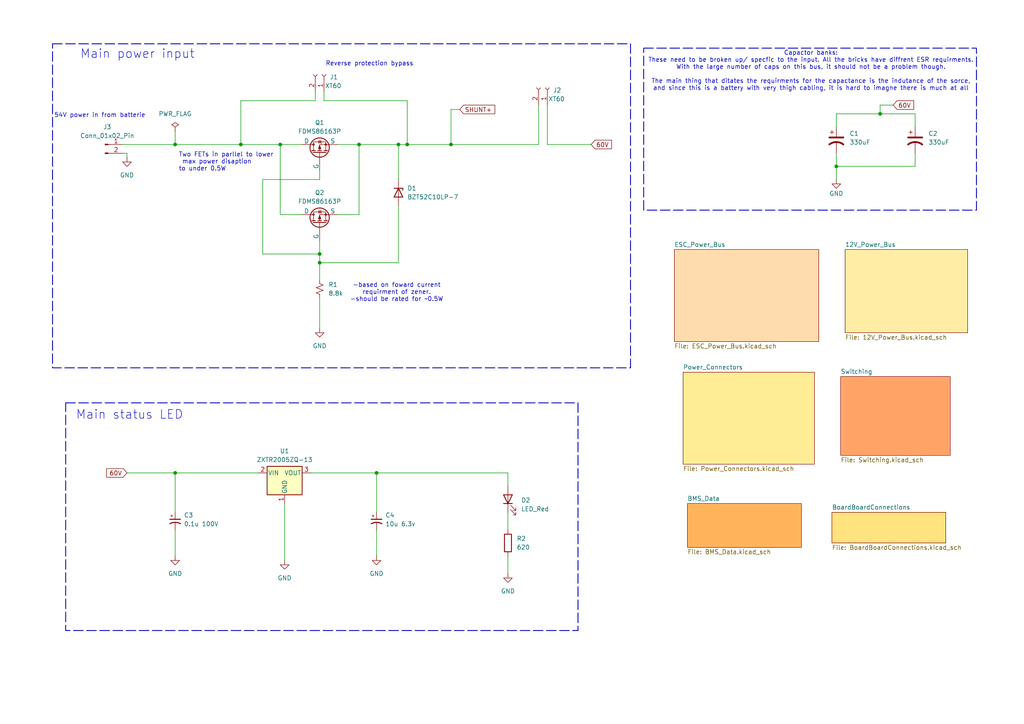
<source format=kicad_sch>
(kicad_sch (version 20231120) (generator "eeschema") (generator_version "8.0")
  (paper "A4")
  (title_block (title "Backplane_Board") (date "2024-10-29") (rev "1") (company "Cabrillo Robtics") (comment 1 "LaserShark Backplane PCB"))
  (lib_symbols
    (symbol "Connector:Conn_01x02_Pin" (pin_names (offset 1.016) hide)
      (property "Reference" "J" (at 0 2.54 0))
      (property "Value" "Conn_01x02_Pin" (at 0 -5.08 0))
      (symbol "Conn_01x02_Pin_1_1"
        (polyline (pts (xy 1.27 -2.54) (xy 0.8636 -2.54)) (stroke (width 0.1524)))
        (polyline (pts (xy 1.27 0) (xy 0.8636 0)) (stroke (width 0.1524)))
        (rectangle (start 0.8636 -2.413) (end 0 -2.667) (stroke (width 0.1524)) (fill (type outline)))
        (rectangle (start 0.8636 0.127) (end 0 -0.127) (stroke (width 0.1524)) (fill (type outline)))
        (pin passive line (at 5.08 0 180) (length 3.81) (name "Pin_1") (number "1"))
        (pin passive line (at 5.08 -2.54 180) (length 3.81) (name "Pin_2") (number "2"))
      )
    )
    (symbol "Connector:Conn_01x02_Socket" (pin_names (offset 1.016) hide)
      (property "Reference" "J" (at 0 2.54 0))
      (property "Value" "Conn_01x02_Socket" (at 0 -5.08 0))
      (symbol "Conn_01x02_Socket_1_1"
        (arc (start 0 -2.032) (mid -0.5058 -2.54) (end 0 -3.048) (stroke (width 0.1524)))
        (polyline (pts (xy -1.27 -2.54) (xy -0.508 -2.54)) (stroke (width 0.1524)))
        (polyline (pts (xy -1.27 0) (xy -0.508 0)) (stroke (width 0.1524)))
        (arc (start 0 0.508) (mid -0.5058 0) (end 0 -0.508) (stroke (width 0.1524)))
        (pin passive line (at -5.08 0 0) (length 3.81) (name "Pin_1") (number "1"))
        (pin passive line (at -5.08 -2.54 0) (length 3.81) (name "Pin_2") (number "2"))
      )
    )
    (symbol "Device:C_Polarized_Small_US" (pin_numbers hide) (pin_names (offset 0.254) hide)
      (property "Reference" "C" (at 0.254 1.778 0))
      (property "Value" "C_Polarized_Small_US" (at 0.254 -2.032 0))
      (symbol "C_Polarized_Small_US_0_1"
        (polyline (pts (xy -1.524 0.508) (xy 1.524 0.508)) (stroke (width 0.3048)))
        (polyline (pts (xy -1.27 1.524) (xy -0.762 1.524)))
        (polyline (pts (xy -1.016 1.27) (xy -1.016 1.778)))
        (arc (start 1.524 -0.762) (mid 0 -0.3734) (end -1.524 -0.762) (stroke (width 0.3048)))
      )
      (symbol "C_Polarized_Small_US_1_1"
        (pin passive line (at 0 2.54 270) (length 2.032) (name "~") (number "1"))
        (pin passive line (at 0 -2.54 90) (length 2.032) (name "~") (number "2"))
      )
    )
    (symbol "Device:C_Polarized_US" (pin_numbers hide) (pin_names (offset 0.254) hide)
      (property "Reference" "C" (at 0.635 2.54 0))
      (property "Value" "C_Polarized_US" (at 0.635 -2.54 0))
      (symbol "C_Polarized_US_0_1"
        (polyline (pts (xy -2.032 0.762) (xy 2.032 0.762)) (stroke (width 0.508)))
        (polyline (pts (xy -1.778 2.286) (xy -0.762 2.286)))
        (polyline (pts (xy -1.27 1.778) (xy -1.27 2.794)))
        (arc (start 2.032 -1.27) (mid 0 -0.5572) (end -2.032 -1.27) (stroke (width 0.508)))
      )
      (symbol "C_Polarized_US_1_1"
        (pin passive line (at 0 3.81 270) (length 2.794) (name "~") (number "1"))
        (pin passive line (at 0 -3.81 90) (length 3.302) (name "~") (number "2"))
      )
    )
    (symbol "Device:D_Zener" (pin_numbers hide) (pin_names (offset 1.016) hide)
      (property "Reference" "D" (at 0 2.54 0))
      (property "Value" "D_Zener" (at 0 -2.54 0))
      (symbol "D_Zener_0_1"
        (polyline (pts (xy 1.27 0) (xy -1.27 0)))
        (polyline (pts (xy -1.27 -1.27) (xy -1.27 1.27) (xy -0.762 1.27)) (stroke (width 0.254)))
        (polyline (pts (xy 1.27 -1.27) (xy 1.27 1.27) (xy -1.27 0) (xy 1.27 -1.27)) (stroke (width 0.254)))
      )
      (symbol "D_Zener_1_1"
        (pin passive line (at -3.81 0 0) (length 2.54) (name "K") (number "1"))
        (pin passive line (at 3.81 0 180) (length 2.54) (name "A") (number "2"))
      )
    )
    (symbol "Device:LED" (pin_numbers hide) (pin_names (offset 1.016) hide)
      (property "Reference" "D" (at 0 2.54 0))
      (property "Value" "LED" (at 0 -2.54 0))
      (symbol "LED_0_1"
        (polyline (pts (xy -1.27 -1.27) (xy -1.27 1.27)) (stroke (width 0.254)))
        (polyline (pts (xy -1.27 0) (xy 1.27 0)))
        (polyline (pts (xy 1.27 -1.27) (xy 1.27 1.27) (xy -1.27 0) (xy 1.27 -1.27)) (stroke (width 0.254)))
        (polyline (pts (xy -3.048 -0.762) (xy -4.572 -2.286) (xy -3.81 -2.286) (xy -4.572 -2.286) (xy -4.572 -1.524)))
        (polyline (pts (xy -1.778 -0.762) (xy -3.302 -2.286) (xy -2.54 -2.286) (xy -3.302 -2.286) (xy -3.302 -1.524)))
      )
      (symbol "LED_1_1"
        (pin passive line (at -3.81 0 0) (length 2.54) (name "K") (number "1"))
        (pin passive line (at 3.81 0 180) (length 2.54) (name "A") (number "2"))
      )
    )
    (symbol "Device:R" (pin_numbers hide) (pin_names (offset 0))
      (property "Reference" "R" (at 2.032 0 90))
      (property "Value" "R" (at 0 0 90))
      (symbol "R_0_1"
        (rectangle (start -1.016 -2.54) (end 1.016 2.54) (stroke (width 0.254)))
      )
      (symbol "R_1_1"
        (pin passive line (at 0 3.81 270) (length 1.27) (name "~") (number "1"))
        (pin passive line (at 0 -3.81 90) (length 1.27) (name "~") (number "2"))
      )
    )
    (symbol "Device:R_Small_US" (pin_numbers hide) (pin_names (offset 0.254) hide)
      (property "Reference" "R" (at 0.762 0.508 0))
      (property "Value" "R_Small_US" (at 0.762 -1.016 0))
      (symbol "R_Small_US_1_1"
        (polyline (pts (xy 0 0) (xy 1.016 -0.381) (xy 0 -0.762) (xy -1.016 -1.143) (xy 0 -1.524)))
        (polyline (pts (xy 0 1.524) (xy 1.016 1.143) (xy 0 0.762) (xy -1.016 0.381) (xy 0 0)))
        (pin passive line (at 0 2.54 270) (length 1.016) (name "~") (number "1"))
        (pin passive line (at 0 -2.54 90) (length 1.016) (name "~") (number "2"))
      )
    )
    (symbol "Regulator_Linear:AP2127N-1.0" (pin_names (offset 0.254))
      (property "Reference" "U1" (at 0 6.35 0))
      (property "Value" "ZXTR2112F-7" (at 0 3.81 0))
      (symbol "AP2127N-1.0_0_1"
        (rectangle (start -5.08 1.905) (end 5.08 -6.35) (stroke (width 0.254)) (fill (type background)))
      )
      (symbol "AP2127N-1.0_1_1"
        (pin power_in line (at 0 -8.89 90) (length 2.54) (name "GND") (number "1"))
        (pin power_out line (at -7.62 0 0) (length 2.54) (name "VIN") (number "2"))
        (pin power_in line (at 7.62 0 180) (length 2.54) (name "VOUT") (number "3"))
      )
    )
    (symbol "Simulation_SPICE:PMOS" (pin_numbers hide) (pin_names (offset 0))
      (property "Reference" "Q" (at 5.08 1.27 0))
      (property "Value" "PMOS" (at 5.08 -1.27 0))
      (symbol "PMOS_0_1"
        (polyline (pts (xy 0.254 0) (xy -2.54 0)))
        (polyline (pts (xy 0.254 1.905) (xy 0.254 -1.905)) (stroke (width 0.254)))
        (polyline (pts (xy 0.762 -1.27) (xy 0.762 -2.286)) (stroke (width 0.254)))
        (polyline (pts (xy 0.762 0.508) (xy 0.762 -0.508)) (stroke (width 0.254)))
        (polyline (pts (xy 0.762 2.286) (xy 0.762 1.27)) (stroke (width 0.254)))
        (polyline (pts (xy 2.54 2.54) (xy 2.54 1.778)))
        (polyline (pts (xy 2.54 -2.54) (xy 2.54 0) (xy 0.762 0)))
        (polyline (pts (xy 0.762 1.778) (xy 3.302 1.778) (xy 3.302 -1.778) (xy 0.762 -1.778)))
        (polyline (pts (xy 2.286 0) (xy 1.27 0.381) (xy 1.27 -0.381) (xy 2.286 0)) (fill (type outline)))
        (polyline (pts (xy 2.794 -0.508) (xy 2.921 -0.381) (xy 3.683 -0.381) (xy 3.81 -0.254)))
        (polyline (pts (xy 3.302 -0.381) (xy 2.921 0.254) (xy 3.683 0.254) (xy 3.302 -0.381)))
        (circle (center 1.651 0) (radius 2.794) (stroke (width 0.254)))
        (circle (center 2.54 -1.778) (radius 0.254) (fill (type outline)))
        (circle (center 2.54 1.778) (radius 0.254) (fill (type outline)))
      )
      (symbol "PMOS_1_1"
        (pin passive line (at 2.54 5.08 270) (length 2.54) (name "D") (number "1"))
        (pin input line (at -5.08 0 0) (length 2.54) (name "G") (number "2"))
        (pin passive line (at 2.54 -5.08 90) (length 2.54) (name "S") (number "3"))
      )
    )
    (symbol "power:GND" (power) (pin_numbers hide) (pin_names (offset 0) hide)
      (property "Value" "GND" (at 0 -3.81 0))
      (symbol "GND_0_1"
        (polyline (pts (xy 0 0) (xy 0 -1.27) (xy 1.27 -1.27) (xy 0 -2.54) (xy -1.27 -1.27) (xy 0 -1.27)))
      )
      (symbol "GND_1_1"
        (pin power_in line (at 0 0 270) (length 0) (name "~") (number "1"))
      )
    )
    (symbol "power:PWR_FLAG" (power) (pin_numbers hide) (pin_names (offset 0) hide)
      (property "Value" "PWR_FLAG" (at 0 3.81 0))
      (symbol "PWR_FLAG_0_0"
        (pin power_out line (at 0 0 90) (length 0) (name "~") (number "1"))
      )
      (symbol "PWR_FLAG_0_1"
        (polyline (pts (xy 0 0) (xy 0 1.27) (xy -1.016 1.905) (xy 0 2.54) (xy 1.016 1.905) (xy 0 1.27)))
      )
    )
  )
  (junction (at 104.14 41.91))
  (junction (at 255.27 33.02))
  (junction (at 69.85 41.91))
  (junction (at 81.28 41.91))
  (junction (at 92.71 73.66))
  (junction (at 130.81 41.91))
  (junction (at 118.11 41.91))
  (junction (at 115.57 41.91))
  (junction (at 109.22 137.16))
  (junction (at 50.8 137.16))
  (junction (at 92.71 76.2))
  (junction (at 50.8 41.91))
  (junction (at 242.57 48.26))
  (wire (pts (xy 69.85 29.21) (xy 91.44 29.21)))
  (wire (pts (xy 255.27 33.02) (xy 265.43 33.02)))
  (wire (pts (xy 36.83 44.45) (xy 35.56 44.45)))
  (wire (pts (xy 115.57 59.69) (xy 115.57 76.2)))
  (wire (pts (xy 69.85 41.91) (xy 81.28 41.91)))
  (wire (pts (xy 109.22 137.16) (xy 109.22 148.59)))
  (wire (pts (xy 158.75 30.48) (xy 158.75 41.91)))
  (wire (pts (xy 242.57 33.02) (xy 255.27 33.02)))
  (wire (pts (xy 92.71 86.36) (xy 92.71 95.25)))
  (wire (pts (xy 92.71 52.07) (xy 92.71 49.53)))
  (wire (pts (xy 92.71 76.2) (xy 92.71 81.28)))
  (wire (pts (xy 115.57 41.91) (xy 115.57 52.07)))
  (wire (pts (xy 81.28 41.91) (xy 87.63 41.91)))
  (wire (pts (xy 147.32 137.16) (xy 109.22 137.16)))
  (wire (pts (xy 69.85 29.21) (xy 69.85 41.91)))
  (wire (pts (xy 92.71 52.07) (xy 76.2 52.07)))
  (wire (pts (xy 91.44 26.67) (xy 91.44 29.21)))
  (wire (pts (xy 156.21 41.91) (xy 156.21 30.48)))
  (wire (pts (xy 242.57 44.45) (xy 242.57 48.26)))
  (wire (pts (xy 36.83 137.16) (xy 50.8 137.16)))
  (wire (pts (xy 158.75 41.91) (xy 171.45 41.91)))
  (wire (pts (xy 76.2 73.66) (xy 92.71 73.66)))
  (wire (pts (xy 76.2 52.07) (xy 76.2 73.66)))
  (wire (pts (xy 50.8 153.67) (xy 50.8 161.29)))
  (wire (pts (xy 118.11 29.21) (xy 118.11 41.91)))
  (wire (pts (xy 92.71 73.66) (xy 92.71 76.2)))
  (wire (pts (xy 35.56 41.91) (xy 50.8 41.91)))
  (wire (pts (xy 130.81 41.91) (xy 156.21 41.91)))
  (wire (pts (xy 147.32 148.59) (xy 147.32 153.67)))
  (wire (pts (xy 97.79 62.23) (xy 104.14 62.23)))
  (wire (pts (xy 93.98 26.67) (xy 93.98 29.21)))
  (wire (pts (xy 133.35 31.75) (xy 130.81 31.75)))
  (wire (pts (xy 242.57 36.83) (xy 242.57 33.02)))
  (wire (pts (xy 242.57 48.26) (xy 265.43 48.26)))
  (wire (pts (xy 104.14 41.91) (xy 115.57 41.91)))
  (wire (pts (xy 147.32 161.29) (xy 147.32 166.37)))
  (wire (pts (xy 93.98 29.21) (xy 118.11 29.21)))
  (wire (pts (xy 109.22 153.67) (xy 109.22 161.29)))
  (wire (pts (xy 50.8 137.16) (xy 50.8 148.59)))
  (wire (pts (xy 130.81 31.75) (xy 130.81 41.91)))
  (wire (pts (xy 81.28 62.23) (xy 81.28 41.91)))
  (wire (pts (xy 92.71 69.85) (xy 92.71 73.66)))
  (wire (pts (xy 82.55 146.05) (xy 82.55 162.56)))
  (wire (pts (xy 104.14 62.23) (xy 104.14 41.91)))
  (wire (pts (xy 255.27 30.48) (xy 255.27 33.02)))
  (wire (pts (xy 265.43 44.45) (xy 265.43 48.26)))
  (wire (pts (xy 50.8 41.91) (xy 69.85 41.91)))
  (wire (pts (xy 147.32 140.97) (xy 147.32 137.16)))
  (wire (pts (xy 115.57 76.2) (xy 92.71 76.2)))
  (wire (pts (xy 242.57 48.26) (xy 242.57 52.07)))
  (wire (pts (xy 36.83 45.72) (xy 36.83 44.45)))
  (wire (pts (xy 118.11 41.91) (xy 130.81 41.91)))
  (wire (pts (xy 255.27 30.48) (xy 259.08 30.48)))
  (wire (pts (xy 109.22 137.16) (xy 90.17 137.16)))
  (wire (pts (xy 115.57 41.91) (xy 118.11 41.91)))
  (wire (pts (xy 50.8 137.16) (xy 74.93 137.16)))
  (wire (pts (xy 50.8 38.1) (xy 50.8 41.91)))
  (wire (pts (xy 265.43 33.02) (xy 265.43 36.83)))
  (wire (pts (xy 87.63 62.23) (xy 81.28 62.23)))
  (wire (pts (xy 97.79 41.91) (xy 104.14 41.91)))
  (rectangle (start 19.05 116.84) (end 167.64 182.88) (stroke (width 0.254) (type dash)))
  (rectangle (start 186.69 13.97) (end 283.21 60.96) (stroke (width 0.254) (type dash)))
  (rectangle (start 15.24 12.7) (end 182.88 106.68) (stroke (width 0.254) (type dash)))
  (text "Capactor banks:\nThese need to be broken up/ specfic to the input. All the bricks have diffrent ESR requirments.\nWith the large number of caps on this bus, it should not be a problem though.\n\nThe main thing that ditates the requirments for the capactance is the indutance of the sorce,\nand since this is a battery with very thigh cabling, it is hard to imagne there is much at all" (at 235.204 20.574 0) (effects (font (size 1.27 1.27))))
  (text "Main status LED" (at 37.592 120.396 0) (effects (font (size 2.54 2.54))))
  (text "54V power in from batterie" (at 28.956 33.528 0) (effects (font (size 1.27 1.27))))
  (text "Main power input" (at 39.878 15.748 0) (effects (font (size 2.54 2.54))))
  (text "Reverse protection bypass" (at 107.188 18.542 0) (effects (font (size 1.27 1.27))))
  (text "Two FETs in parllel to lower\n max power disaption\nto under 0.5W" (at 51.816 46.99 0) (effects (font (size 1.27 1.27)) (justify left)))
  (text "-based on foward current\nrequirment of zener.\n-should be rated for ~0.5W" (at 115.062 84.836 0) (effects (font (size 1.27 1.27))))
  (global_label "60V" (shape input) (at 36.83 137.16 180) (property "Intersheetrefs" "${INTERSHEET_REFS}" (effects (hide yes))))
  (global_label "60V" (shape input) (at 171.45 41.91 0) (property "Intersheetrefs" "${INTERSHEET_REFS}" (effects (hide yes))))
  (global_label "SHUNT+" (shape input) (at 133.35 31.75 0) (property "Intersheetrefs" "${INTERSHEET_REFS}" (effects (hide yes))))
  (global_label "60V" (shape input) (at 259.08 30.48 0) (property "Intersheetrefs" "${INTERSHEET_REFS}" (effects (hide yes))))
  (symbol (lib_id "power:GND") (at 92.71 95.25 0) (unit 1)
    (property "Reference" "#PWR03" (effects (hide yes)))
    (property "Value" "GND" (at 92.71 100.33 0))
    (property "Description" "Power symbol creates a global label with name \"GND\" , ground" (effects (hide yes)))
  )
  (symbol (lib_id "Simulation_SPICE:PMOS") (at 92.71 64.77 90) (unit 1)
    (property "Reference" "Q2" (at 92.71 55.88 90))
    (property "Value" "FDMS86163P" (at 92.71 58.42 90))
    (property "Footprint" "FDMS86163P:FDMS86163P" (effects (hide yes)))
    (property "Datasheet" "https://www.onsemi.com/pdf/datasheet/fdms86163p-d.pdf" (effects (hide yes)))
    (property "Description" "MOSFET P-CH -100V 33A DFN5X6" (effects (hide yes)))
    (property "Sim.Device" "PMOS" (effects (hide yes)))
    (property "Sim.Type" "VDMOS" (effects (hide yes)))
    (property "Sim.Pins" "1=D 2=G 3=S" (effects (hide yes)))
  )
  (symbol (lib_id "Connector:Conn_01x02_Pin") (at 30.48 41.91 0) (unit 1)
    (property "Reference" "J3" (at 31.115 36.83 0))
    (property "Value" "Conn_01x02_Pin" (at 31.115 39.37 0))
    (property "Footprint" "Connector_AMASS:AMASS_XT60-M_1x02_P7.20mm_Vertical" (effects (hide yes)))
    (property "Description" "Generic connector, single row, 01x02, script generated" (effects (hide yes)))
  )
  (symbol (lib_id "Device:D_Zener") (at 115.57 55.88 270) (unit 1)
    (property "Reference" "D1" (at 118.11 54.6099 90) (effects (justify left)))
    (property "Value" "BZT52C10LP-7" (at 118.11 57.1499 90) (effects (justify left)))
    (property "Footprint" "Diode_SMD:D_SOD-882" (effects (hide yes)))
    (property "Datasheet" "https://mm.digikey.com/Volume0/opasdata/d220001/medias/docus/4849/DS_31_BZT52C2V4LP-BZT52C39LP.pdf" (effects (hide yes)))
    (property "Description" "DIODE ZENER 10V 250MW 2DFN" (effects (hide yes)))
  )
  (symbol (lib_id "Device:LED") (at 147.32 144.78 90) (unit 1)
    (property "Reference" "D2" (at 151.13 145.0974 90) (effects (justify right)))
    (property "Value" "LED_Red" (at 151.13 147.6374 90) (effects (justify right)))
    (property "Footprint" "LED_SMD:LED_0603_1608Metric" (effects (hide yes)))
  )
  (symbol (lib_id "Device:C_Polarized_Small_US") (at 50.8 151.13 0) (unit 1)
    (property "Reference" "C3" (at 53.34 149.4281 0) (effects (justify left)))
    (property "Value" "0.1u 100V" (at 53.34 151.9681 0) (effects (justify left)))
    (property "Footprint" "Capacitor_SMD:C_1206_3216Metric_Pad1.33x1.80mm_HandSolder" (effects (hide yes)))
    (property "Description" "Polarized capacitor, small US symbol" (effects (hide yes)))
  )
  (symbol (lib_id "Regulator_Linear:AP2127N-1.0") (at 82.55 137.16 0) (unit 1)
    (property "Reference" "U1" (at 82.55 130.81 0))
    (property "Value" "ZXTR2005ZQ-13" (at 82.55 133.35 0))
    (property "Footprint" "ZXTR2005ZQ-13:SOT-89_4P5X2P45_DIO-M" (effects (hide yes)))
    (property "Datasheet" "https://www.diodes.com/assets/Datasheets/ZXTR2005ZQ.pdf" (effects (hide yes)))
    (property "Description" "IC REG LINEAR 5V 38MA SOT89-3" (effects (hide yes)))
  )
  (symbol (lib_id "power:GND") (at 109.22 161.29 0) (unit 1)
    (property "Reference" "#PWR05" (effects (hide yes)))
    (property "Value" "GND" (at 109.22 166.37 0))
    (property "Description" "Power symbol creates a global label with name \"GND\" , ground" (effects (hide yes)))
  )
  (symbol (lib_id "power:GND") (at 147.32 166.37 0) (unit 1)
    (property "Reference" "#PWR07" (effects (hide yes)))
    (property "Value" "GND" (at 147.32 171.45 0))
    (property "Description" "Power symbol creates a global label with name \"GND\" , ground" (effects (hide yes)))
  )
  (symbol (lib_id "Simulation_SPICE:PMOS") (at 92.71 44.45 90) (unit 1)
    (property "Reference" "Q1" (at 92.71 35.56 90))
    (property "Value" "FDMS86163P" (at 92.71 38.1 90))
    (property "Footprint" "FDMS86163P:FDMS86163P" (effects (hide yes)))
    (property "Datasheet" "https://www.onsemi.com/pdf/datasheet/fdms86163p-d.pdf" (effects (hide yes)))
    (property "Description" "MOSFET P-CH -100V 33A DFN5X6" (effects (hide yes)))
    (property "Sim.Device" "PMOS" (effects (hide yes)))
    (property "Sim.Type" "VDMOS" (effects (hide yes)))
    (property "Sim.Pins" "1=D 2=G 3=S" (effects (hide yes)))
  )
  (symbol (lib_id "Connector:Conn_01x02_Socket") (at 93.98 21.59 270) (mirror x) (unit 1)
    (property "Reference" "J1" (at 98.044 22.352 90) (effects (justify right)))
    (property "Value" "XT60" (at 99.06 24.892 90) (effects (justify right)))
    (property "Footprint" "Connector_AMASS:AMASS_XT30U-F_1x02_P5.0mm_Vertical" (effects (hide yes)))
    (property "Description" "Generic connector, single row, 01x02, script generated" (effects (hide yes)))
  )
  (symbol (lib_id "Device:R") (at 147.32 157.48 0) (unit 1)
    (property "Reference" "R2" (at 149.86 156.2099 0) (effects (justify left)))
    (property "Value" "620" (at 149.86 158.7499 0) (effects (justify left)))
    (property "Footprint" "Resistor_SMD:R_1206_3216Metric_Pad1.30x1.75mm_HandSolder" (effects (hide yes)))
    (property "Description" "Resistor" (effects (hide yes)))
  )
  (symbol (lib_id "power:GND") (at 82.55 162.56 0) (unit 1)
    (property "Reference" "#PWR06" (effects (hide yes)))
    (property "Value" "GND" (at 82.55 167.64 0))
    (property "Description" "Power symbol creates a global label with name \"GND\" , ground" (effects (hide yes)))
  )
  (symbol (lib_id "Device:C_Polarized_US") (at 242.57 40.64 0) (unit 1)
    (property "Reference" "C1" (at 246.38 38.7349 0) (effects (justify left)))
    (property "Value" "330uF" (at 246.38 41.2749 0) (effects (justify left)))
    (property "Footprint" "EEV-TG2A331M:CAP_EEVTG2A331M" (effects (hide yes)))
    (property "Description" "Polarized capacitor, US symbol" (effects (hide yes)))
  )
  (symbol (lib_id "Device:C_Polarized_US") (at 265.43 40.64 0) (unit 1)
    (property "Reference" "C2" (at 269.24 38.7349 0) (effects (justify left)))
    (property "Value" "330uF" (at 269.24 41.2749 0) (effects (justify left)))
    (property "Footprint" "EEV-TG2A331M:CAP_EEVTG2A331M" (effects (hide yes)))
    (property "Description" "Polarized capacitor, US symbol" (effects (hide yes)))
  )
  (symbol (lib_id "Device:C_Polarized_Small_US") (at 109.22 151.13 0) (unit 1)
    (property "Reference" "C4" (at 111.76 149.4281 0) (effects (justify left)))
    (property "Value" "10u 6.3v" (at 111.76 151.9681 0) (effects (justify left)))
    (property "Footprint" "Capacitor_SMD:C_1206_3216Metric_Pad1.33x1.80mm_HandSolder" (effects (hide yes)))
    (property "Description" "Polarized capacitor, small US symbol" (effects (hide yes)))
  )
  (symbol (lib_id "power:GND") (at 242.57 52.07 0) (unit 1)
    (property "Reference" "#PWR02" (effects (hide yes)))
    (property "Value" "GND" (at 242.57 56.134 0))
    (property "Description" "Power symbol creates a global label with name \"GND\" , ground" (effects (hide yes)))
  )
  (symbol (lib_id "power:GND") (at 36.83 45.72 0) (unit 1)
    (property "Reference" "#PWR01" (effects (hide yes)))
    (property "Value" "GND" (at 36.83 50.8 0))
    (property "Description" "Power symbol creates a global label with name \"GND\" , ground" (effects (hide yes)))
  )
  (symbol (lib_id "power:PWR_FLAG") (at 50.8 38.1 0) (unit 1)
    (property "Reference" "#FLG01" (effects (hide yes)))
    (property "Value" "PWR_FLAG" (at 50.8 33.02 0))
    (property "Description" "Special symbol for telling ERC where power comes from" (effects (hide yes)))
  )
  (symbol (lib_id "Device:R_Small_US") (at 92.71 83.82 0) (unit 1)
    (property "Reference" "R1" (at 95.25 82.5499 0) (effects (justify left)))
    (property "Value" "8.8k" (at 95.25 85.0899 0) (effects (justify left)))
    (property "Footprint" "Resistor_SMD:R_1206_3216Metric_Pad1.30x1.75mm_HandSolder" (effects (hide yes)))
    (property "Description" "Resistor, small US symbol" (effects (hide yes)))
  )
  (symbol (lib_id "power:GND") (at 50.8 161.29 0) (unit 1)
    (property "Reference" "#PWR04" (effects (hide yes)))
    (property "Value" "GND" (at 50.8 166.37 0))
    (property "Description" "Power symbol creates a global label with name \"GND\" , ground" (effects (hide yes)))
  )
  (symbol (lib_id "Connector:Conn_01x02_Socket") (at 158.75 25.4 270) (mirror x) (unit 1)
    (property "Reference" "J2" (at 162.814 26.162 90) (effects (justify right)))
    (property "Value" "XT60" (at 163.83 28.702 90) (effects (justify right)))
    (property "Footprint" "Connector_AMASS:AMASS_XT30U-F_1x02_P5.0mm_Vertical" (effects (hide yes)))
    (property "Description" "Generic connector, single row, 01x02, script generated" (effects (hide yes)))
  )
  (sheet (at 243.84 109.22) (size 31.75 22.86) (stroke (width 0.1524)) (fill (color 255 164 102 1.0000))
    (property "Sheetname" "Switching" (at 243.84 108.5084 0) (effects (justify left bottom)))
    (property "Sheetfile" "Switching.kicad_sch" (at 243.84 132.6646 0) (effects (justify left top)))
  )
  (sheet (at 198.12 107.95) (size 38.1 26.67) (stroke (width 0.1524)) (fill (color 255 237 150 1.0000))
    (property "Sheetname" "Power_Connectors" (at 198.12 107.2384 0) (effects (justify left bottom)))
    (property "Sheetfile" "Power_Connectors.kicad_sch" (at 198.12 135.2046 0) (effects (justify left top)))
  )
  (sheet (at 245.11 72.39) (size 35.56 24.13) (stroke (width 0.1524)) (fill (color 255 237 166 1.0000))
    (property "Sheetname" "12V_Power_Bus" (at 245.11 71.6784 0) (effects (justify left bottom)))
    (property "Sheetfile" "12V_Power_Bus.kicad_sch" (at 245.11 97.1046 0) (effects (justify left top)))
  )
  (sheet (at 199.39 146.05) (size 33.02 12.7) (stroke (width 0.1524)) (fill (color 255 180 92 1.0000))
    (property "Sheetname" "BMS_Data" (at 199.39 145.3384 0) (effects (justify left bottom)))
    (property "Sheetfile" "BMS_Data.kicad_sch" (at 199.39 159.3346 0) (effects (justify left top)))
  )
  (sheet (at 241.3 148.59) (size 33.02 8.89) (stroke (width 0.1524)) (fill (color 255 227 127 1.0000))
    (property "Sheetname" "BoardBoardConnections" (at 241.3 147.8784 0) (effects (justify left bottom)))
    (property "Sheetfile" "BoardBoardConnections.kicad_sch" (at 241.3 158.0646 0) (effects (justify left top)))
  )
  (sheet (at 195.58 72.39) (size 41.91 26.67) (stroke (width 0.1524)) (fill (color 255 220 173 1.0000))
    (property "Sheetname" "ESC_Power_Bus" (at 195.58 71.6784 0) (effects (justify left bottom)))
    (property "Sheetfile" "ESC_Power_Bus.kicad_sch" (at 195.58 99.6446 0) (effects (justify left top)))
  )
)
</source>
